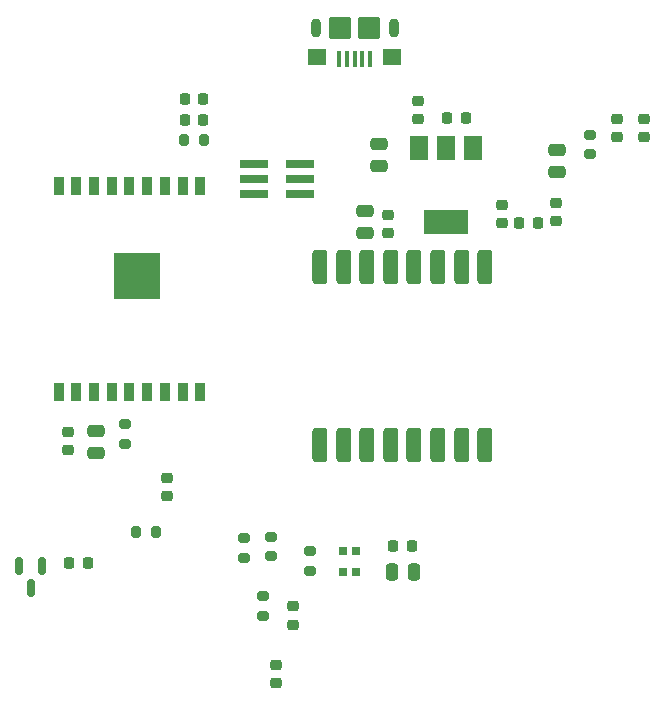
<source format=gtp>
%TF.GenerationSoftware,KiCad,Pcbnew,7.0.10*%
%TF.CreationDate,2025-01-08T07:23:32-05:00*%
%TF.ProjectId,PostAlertBaseStationV6,506f7374-416c-4657-9274-426173655374,5.0*%
%TF.SameCoordinates,Original*%
%TF.FileFunction,Paste,Top*%
%TF.FilePolarity,Positive*%
%FSLAX46Y46*%
G04 Gerber Fmt 4.6, Leading zero omitted, Abs format (unit mm)*
G04 Created by KiCad (PCBNEW 7.0.10) date 2025-01-08 07:23:32*
%MOMM*%
%LPD*%
G01*
G04 APERTURE LIST*
G04 Aperture macros list*
%AMRoundRect*
0 Rectangle with rounded corners*
0 $1 Rounding radius*
0 $2 $3 $4 $5 $6 $7 $8 $9 X,Y pos of 4 corners*
0 Add a 4 corners polygon primitive as box body*
4,1,4,$2,$3,$4,$5,$6,$7,$8,$9,$2,$3,0*
0 Add four circle primitives for the rounded corners*
1,1,$1+$1,$2,$3*
1,1,$1+$1,$4,$5*
1,1,$1+$1,$6,$7*
1,1,$1+$1,$8,$9*
0 Add four rect primitives between the rounded corners*
20,1,$1+$1,$2,$3,$4,$5,0*
20,1,$1+$1,$4,$5,$6,$7,0*
20,1,$1+$1,$6,$7,$8,$9,0*
20,1,$1+$1,$8,$9,$2,$3,0*%
G04 Aperture macros list end*
%ADD10RoundRect,0.100000X0.100000X0.575000X-0.100000X0.575000X-0.100000X-0.575000X0.100000X-0.575000X0*%
%ADD11O,0.900000X1.600000*%
%ADD12RoundRect,0.250000X0.550000X0.450000X-0.550000X0.450000X-0.550000X-0.450000X0.550000X-0.450000X0*%
%ADD13RoundRect,0.250000X0.700000X0.700000X-0.700000X0.700000X-0.700000X-0.700000X0.700000X-0.700000X0*%
%ADD14RoundRect,0.218750X-0.256250X0.218750X-0.256250X-0.218750X0.256250X-0.218750X0.256250X0.218750X0*%
%ADD15RoundRect,0.225000X-0.250000X0.225000X-0.250000X-0.225000X0.250000X-0.225000X0.250000X0.225000X0*%
%ADD16RoundRect,0.225000X-0.225000X-0.250000X0.225000X-0.250000X0.225000X0.250000X-0.225000X0.250000X0*%
%ADD17RoundRect,0.250000X-0.475000X0.250000X-0.475000X-0.250000X0.475000X-0.250000X0.475000X0.250000X0*%
%ADD18RoundRect,0.200000X0.200000X0.275000X-0.200000X0.275000X-0.200000X-0.275000X0.200000X-0.275000X0*%
%ADD19RoundRect,0.225000X0.250000X-0.225000X0.250000X0.225000X-0.250000X0.225000X-0.250000X-0.225000X0*%
%ADD20RoundRect,0.150000X-0.150000X0.587500X-0.150000X-0.587500X0.150000X-0.587500X0.150000X0.587500X0*%
%ADD21RoundRect,0.200000X-0.275000X0.200000X-0.275000X-0.200000X0.275000X-0.200000X0.275000X0.200000X0*%
%ADD22R,0.900000X1.500000*%
%ADD23R,4.000000X4.000000*%
%ADD24R,1.500000X2.000000*%
%ADD25R,3.800000X2.000000*%
%ADD26RoundRect,0.317500X0.317500X-1.157500X0.317500X1.157500X-0.317500X1.157500X-0.317500X-1.157500X0*%
%ADD27RoundRect,0.200000X0.275000X-0.200000X0.275000X0.200000X-0.275000X0.200000X-0.275000X-0.200000X0*%
%ADD28RoundRect,0.250000X0.475000X-0.250000X0.475000X0.250000X-0.475000X0.250000X-0.475000X-0.250000X0*%
%ADD29R,0.700000X0.700000*%
%ADD30RoundRect,0.225000X0.225000X0.250000X-0.225000X0.250000X-0.225000X-0.250000X0.225000X-0.250000X0*%
%ADD31RoundRect,0.250000X-0.250000X-0.475000X0.250000X-0.475000X0.250000X0.475000X-0.250000X0.475000X0*%
%ADD32RoundRect,0.218750X-0.218750X-0.256250X0.218750X-0.256250X0.218750X0.256250X-0.218750X0.256250X0*%
%ADD33R,2.400000X0.740000*%
G04 APERTURE END LIST*
D10*
%TO.C,J5*%
X135134400Y-60693000D03*
X134484400Y-60693000D03*
X133834400Y-60693000D03*
X133184400Y-60693000D03*
X132534400Y-60693000D03*
D11*
X137134400Y-58018000D03*
D12*
X137034400Y-60468000D03*
D13*
X135034400Y-58018000D03*
X132634400Y-58018000D03*
D12*
X130634400Y-60468000D03*
D11*
X130534400Y-58018000D03*
%TD*%
D14*
%TO.C,D4*%
X156059400Y-65739500D03*
X156059400Y-67314500D03*
%TD*%
D15*
%TO.C,C9*%
X109526600Y-92218800D03*
X109526600Y-93768800D03*
%TD*%
D16*
%TO.C,C5*%
X141695400Y-65638000D03*
X143245400Y-65638000D03*
%TD*%
D17*
%TO.C,C2*%
X135866400Y-67863000D03*
X135866400Y-69763000D03*
%TD*%
D18*
%TO.C,R8*%
X117006400Y-100690000D03*
X115356400Y-100690000D03*
%TD*%
D19*
%TO.C,C3*%
X146280400Y-74541000D03*
X146280400Y-72991000D03*
%TD*%
D20*
%TO.C,Q2*%
X107352400Y-103562500D03*
X105452400Y-103562500D03*
X106402400Y-105437500D03*
%TD*%
D21*
%TO.C,R4*%
X130024400Y-102354200D03*
X130024400Y-104004200D03*
%TD*%
D22*
%TO.C,U1*%
X108771000Y-88891400D03*
X110271000Y-88891400D03*
X111771000Y-88891400D03*
X113271000Y-88891400D03*
X114771000Y-88891400D03*
X116271000Y-88891400D03*
X117771000Y-88891400D03*
X119271000Y-88891400D03*
X120771000Y-88891400D03*
X120771000Y-71391400D03*
X119271000Y-71391400D03*
X117771000Y-71391400D03*
X116271000Y-71391400D03*
X114771000Y-71391400D03*
X113271000Y-71391400D03*
X111771000Y-71391400D03*
X110271000Y-71391400D03*
X108771000Y-71391400D03*
D23*
X115381000Y-79041400D03*
%TD*%
D24*
%TO.C,U3*%
X143881400Y-68203000D03*
X141581400Y-68203000D03*
D25*
X141581400Y-74503000D03*
D24*
X139281400Y-68203000D03*
%TD*%
D26*
%TO.C,U2*%
X130898400Y-93356000D03*
X132898400Y-93356000D03*
X134898400Y-93356000D03*
X136898400Y-93356000D03*
X138898400Y-93356000D03*
X140898400Y-93356000D03*
X142898400Y-93356000D03*
X144898400Y-93356000D03*
X144898400Y-78306000D03*
X142898400Y-78306000D03*
X140898400Y-78306000D03*
X138898400Y-78306000D03*
X136898400Y-78306000D03*
X134898400Y-78306000D03*
X132898400Y-78306000D03*
X130898400Y-78306000D03*
%TD*%
D27*
%TO.C,R7*%
X153773400Y-68749000D03*
X153773400Y-67099000D03*
%TD*%
D28*
%TO.C,C6*%
X134723400Y-75417000D03*
X134723400Y-73517000D03*
%TD*%
D29*
%TO.C,D1*%
X133952600Y-102315000D03*
X132852600Y-102315000D03*
X132852600Y-104145000D03*
X133952600Y-104145000D03*
%TD*%
D28*
%TO.C,C4*%
X150979400Y-70271000D03*
X150979400Y-68371000D03*
%TD*%
D30*
%TO.C,C13*%
X111241400Y-103357000D03*
X109691400Y-103357000D03*
%TD*%
D19*
%TO.C,C7*%
X136628400Y-75430000D03*
X136628400Y-73880000D03*
%TD*%
%TO.C,C17*%
X158345400Y-67302000D03*
X158345400Y-65752000D03*
%TD*%
D21*
%TO.C,R5*%
X126112800Y-106164200D03*
X126112800Y-107814200D03*
%TD*%
D27*
%TO.C,R3*%
X124436400Y-102912000D03*
X124436400Y-101262000D03*
%TD*%
D31*
%TO.C,C10*%
X136961400Y-104079500D03*
X138861400Y-104079500D03*
%TD*%
D27*
%TO.C,R2*%
X126722400Y-102785000D03*
X126722400Y-101135000D03*
%TD*%
D17*
%TO.C,C8*%
X111965000Y-92145400D03*
X111965000Y-94045400D03*
%TD*%
D14*
%TO.C,D2*%
X128602000Y-107014500D03*
X128602000Y-108589500D03*
%TD*%
D30*
%TO.C,C16*%
X121020400Y-65866600D03*
X119470400Y-65866600D03*
%TD*%
D18*
%TO.C,R6*%
X121070400Y-67543000D03*
X119420400Y-67543000D03*
%TD*%
D16*
%TO.C,C12*%
X137123400Y-101909200D03*
X138673400Y-101909200D03*
%TD*%
D32*
%TO.C,L1*%
X147778900Y-74528000D03*
X149353900Y-74528000D03*
%TD*%
D15*
%TO.C,C11*%
X117959400Y-96105000D03*
X117959400Y-97655000D03*
%TD*%
D32*
%TO.C,D3*%
X119457900Y-64063200D03*
X121032900Y-64063200D03*
%TD*%
D19*
%TO.C,C19*%
X150852400Y-74414000D03*
X150852400Y-72864000D03*
%TD*%
D15*
%TO.C,C15*%
X127154200Y-111941600D03*
X127154200Y-113491600D03*
%TD*%
D19*
%TO.C,C1*%
X139168400Y-65778000D03*
X139168400Y-64228000D03*
%TD*%
D33*
%TO.C,J2*%
X125280400Y-69575000D03*
X129180400Y-69575000D03*
X125280400Y-70845000D03*
X129180400Y-70845000D03*
X125280400Y-72115000D03*
X129180400Y-72115000D03*
%TD*%
D27*
%TO.C,R1*%
X114403400Y-93260000D03*
X114403400Y-91610000D03*
%TD*%
M02*

</source>
